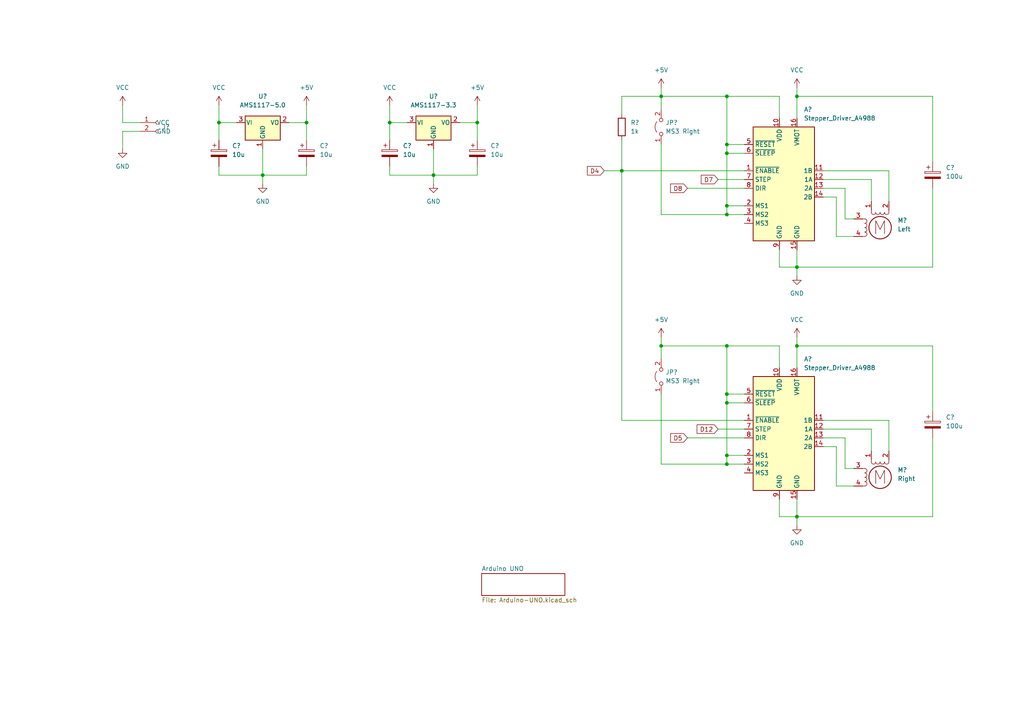
<source format=kicad_sch>
(kicad_sch (version 20211123) (generator eeschema)
  (paper "A4")
  (lib_symbols
    (symbol "Device:C_Polarized" (pin_numbers hide) (pin_names (offset 0.254))
      (property "Reference" "C" (at 0.635 2.54 0))
      (property "Value" "C_Polarized" (at 0.635 -2.54 0))
      (symbol "C_Polarized_0_1"
        (rectangle (start -2.286 0.508) (end 2.286 1.016))
        (polyline (pts (xy -1.778 2.286) (xy -0.762 2.286)))
        (polyline (pts (xy -1.27 2.794) (xy -1.27 1.778)))
        (rectangle (start 2.286 -0.508) (end -2.286 -1.016) (fill (type outline)))
      )
      (symbol "C_Polarized_1_1"
        (pin passive line (at 0 3.81 270) (length 2.794) (name "~") (number "1"))
        (pin passive line (at 0 -3.81 90) (length 2.794) (name "~") (number "2"))
      )
    )
    (symbol "Device:R" (pin_numbers hide) (pin_names (offset 0))
      (property "Reference" "R" (at 2.032 0 90))
      (property "Value" "R" (at 0 0 90))
      (symbol "R_0_1"
        (rectangle (start -1.016 -2.54) (end 1.016 2.54) (stroke (width 0.254)))
      )
      (symbol "R_1_1"
        (pin passive line (at 0 3.81 270) (length 1.27) (name "~") (number "1"))
        (pin passive line (at 0 -3.81 90) (length 1.27) (name "~") (number "2"))
      )
    )
    (symbol "Jumper:Jumper_2_Open" (pin_names (offset 0) hide)
      (property "Reference" "JP" (at 0 2.794 0))
      (property "Value" "Jumper_2_Open" (at 0 -2.286 0))
      (symbol "Jumper_2_Open_0_0"
        (circle (center -2.032 0) (radius 0.508))
        (circle (center 2.032 0) (radius 0.508))
      )
      (symbol "Jumper_2_Open_0_1"
        (arc (start 1.524 1.27) (mid 0 1.778) (end -1.524 1.27))
      )
      (symbol "Jumper_2_Open_1_1"
        (pin passive line (at -5.08 0 0) (length 2.54) (name "A") (number "1"))
        (pin passive line (at 5.08 0 180) (length 2.54) (name "B") (number "2"))
      )
    )
    (symbol "Motor:Stepper_Motor_bipolar" (pin_names (offset 0) hide)
      (property "Reference" "M" (at 3.81 2.54 0))
      (property "Value" "Stepper_Motor_bipolar" (at 3.81 1.27 0))
      (symbol "Stepper_Motor_bipolar_0_0"
        (polyline (pts (xy -1.27 -1.778) (xy -1.27 2.032) (xy 0 -0.508) (xy 1.27 2.032) (xy 1.27 -1.778)))
      )
      (symbol "Stepper_Motor_bipolar_0_1"
        (arc (start -4.445 -2.54) (mid -3.81 -1.905) (end -4.445 -1.27))
        (arc (start -4.445 -1.27) (mid -3.81 -0.635) (end -4.445 0))
        (arc (start -4.445 0) (mid -3.81 0.635) (end -4.445 1.27))
        (arc (start -4.445 1.27) (mid -3.81 1.905) (end -4.445 2.54))
        (arc (start -2.54 4.445) (mid -1.905 3.81) (end -1.27 4.445))
        (arc (start -1.27 4.445) (mid -0.635 3.81) (end 0 4.445))
        (polyline (pts (xy -5.08 -2.54) (xy -4.445 -2.54)))
        (polyline (pts (xy -5.08 2.54) (xy -4.445 2.54)))
        (polyline (pts (xy -2.54 5.08) (xy -2.54 4.445)))
        (polyline (pts (xy 2.54 5.08) (xy 2.54 4.445)))
        (circle (center 0 0) (radius 3.2512) (stroke (width 0.254)))
        (arc (start 0 4.445) (mid 0.635 3.81) (end 1.27 4.445))
        (arc (start 1.27 4.445) (mid 1.905 3.81) (end 2.54 4.445))
      )
      (symbol "Stepper_Motor_bipolar_1_1"
        (pin passive line (at -2.54 7.62 270) (length 2.54) (name "~") (number "1"))
        (pin passive line (at 2.54 7.62 270) (length 2.54) (name "-") (number "2"))
        (pin passive line (at -7.62 2.54 0) (length 2.54) (name "~") (number "3"))
        (pin passive line (at -7.62 -2.54 0) (length 2.54) (name "~") (number "4"))
      )
    )
    (symbol "My_Headers:2-pin_power_input_header" (pin_names (offset 1.016))
      (property "Reference" "J" (at 0 2.54 0))
      (symbol "2-pin_power_input_header_1_1"
        (arc (start 0 -2.032) (mid -0.508 -2.54) (end 0 -3.048) (stroke (width 0.1524)))
        (polyline (pts (xy -1.27 -2.54) (xy -0.508 -2.54)) (stroke (width 0.1524)))
        (polyline (pts (xy -1.27 0) (xy -0.508 0)) (stroke (width 0.1524)))
        (arc (start 0 0.508) (mid -0.508 0) (end 0 -0.508) (stroke (width 0.1524)))
        (pin power_out line (at -5.08 0 0) (length 3.81) (name "VCC") (number "1"))
        (pin power_out line (at -5.08 -2.54 0) (length 3.81) (name "GND") (number "2"))
      )
    )
    (symbol "My_Parts:Stepper_Driver_A4988"
      (property "Reference" "A" (at -2.54 19.05 0))
      (property "Value" "Stepper_Driver_A4988" (at -2.54 16.51 0))
      (symbol "Stepper_Driver_A4988_0_1"
        (rectangle (start 10.16 -17.78) (end -7.62 15.24) (stroke (width 0.254)) (fill (type background)))
      )
      (symbol "Stepper_Driver_A4988_1_1"
        (pin input line (at -10.16 2.54 0) (length 2.54) (name "~{ENABLE}") (number "1"))
        (pin power_in line (at 0 17.78 270) (length 2.54) (name "VDD") (number "10"))
        (pin output line (at 12.7 2.54 180) (length 2.54) (name "1B") (number "11"))
        (pin output line (at 12.7 0 180) (length 2.54) (name "1A") (number "12"))
        (pin output line (at 12.7 -2.54 180) (length 2.54) (name "2A") (number "13"))
        (pin output line (at 12.7 -5.08 180) (length 2.54) (name "2B") (number "14"))
        (pin power_in line (at 5.08 -20.32 90) (length 2.54) (name "GND") (number "15"))
        (pin power_in line (at 5.08 17.78 270) (length 2.54) (name "VMOT") (number "16"))
        (pin input line (at -10.16 -7.62 0) (length 2.54) (name "MS1") (number "2"))
        (pin input line (at -10.16 -10.16 0) (length 2.54) (name "MS2") (number "3"))
        (pin input line (at -10.16 -12.7 0) (length 2.54) (name "MS3") (number "4"))
        (pin input line (at -10.16 10.16 0) (length 2.54) (name "~{RESET}") (number "5"))
        (pin input line (at -10.16 7.62 0) (length 2.54) (name "~{SLEEP}") (number "6"))
        (pin input line (at -10.16 0 0) (length 2.54) (name "STEP") (number "7"))
        (pin input line (at -10.16 -2.54 0) (length 2.54) (name "DIR") (number "8"))
        (pin power_in line (at 0 -20.32 90) (length 2.54) (name "GND") (number "9"))
      )
    )
    (symbol "Regulator_Linear:AMS1117-3.3" (pin_names (offset 0.254))
      (property "Reference" "U" (at -3.81 3.175 0))
      (property "Value" "AMS1117-3.3" (at 0 3.175 0))
      (symbol "AMS1117-3.3_0_1"
        (rectangle (start -5.08 -5.08) (end 5.08 1.905) (stroke (width 0.254)) (fill (type background)))
      )
      (symbol "AMS1117-3.3_1_1"
        (pin power_in line (at 0 -7.62 90) (length 2.54) (name "GND") (number "1"))
        (pin power_out line (at 7.62 0 180) (length 2.54) (name "VO") (number "2"))
        (pin power_in line (at -7.62 0 0) (length 2.54) (name "VI") (number "3"))
      )
    )
    (symbol "Regulator_Linear:AMS1117-5.0" (pin_names (offset 0.254))
      (property "Reference" "U" (at -3.81 3.175 0))
      (property "Value" "AMS1117-5.0" (at 0 3.175 0))
      (symbol "AMS1117-5.0_0_1"
        (rectangle (start -5.08 -5.08) (end 5.08 1.905) (stroke (width 0.254)) (fill (type background)))
      )
      (symbol "AMS1117-5.0_1_1"
        (pin power_in line (at 0 -7.62 90) (length 2.54) (name "GND") (number "1"))
        (pin power_out line (at 7.62 0 180) (length 2.54) (name "VO") (number "2"))
        (pin power_in line (at -7.62 0 0) (length 2.54) (name "VI") (number "3"))
      )
    )
    (symbol "power:+5V" (power) (pin_names (offset 0))
      (property "Value" "+5V" (at 0 3.556 0))
      (symbol "+5V_0_1"
        (polyline (pts (xy -0.762 1.27) (xy 0 2.54)))
        (polyline (pts (xy 0 0) (xy 0 2.54)))
        (polyline (pts (xy 0 2.54) (xy 0.762 1.27)))
      )
      (symbol "+5V_1_1"
        (pin power_in line (at 0 0 90) (length 0) hide (name "+5V") (number "1"))
      )
    )
    (symbol "power:GND" (power) (pin_names (offset 0))
      (property "Value" "GND" (at 0 -3.81 0))
      (symbol "GND_0_1"
        (polyline (pts (xy 0 0) (xy 0 -1.27) (xy 1.27 -1.27) (xy 0 -2.54) (xy -1.27 -1.27) (xy 0 -1.27)))
      )
      (symbol "GND_1_1"
        (pin power_in line (at 0 0 270) (length 0) hide (name "GND") (number "1"))
      )
    )
    (symbol "power:VCC" (power) (pin_names (offset 0))
      (property "Value" "VCC" (at 0 3.81 0))
      (symbol "VCC_0_1"
        (polyline (pts (xy -0.762 1.27) (xy 0 2.54)))
        (polyline (pts (xy 0 0) (xy 0 2.54)))
        (polyline (pts (xy 0 2.54) (xy 0.762 1.27)))
      )
      (symbol "VCC_1_1"
        (pin power_in line (at 0 0 90) (length 0) hide (name "VCC") (number "1"))
      )
    )
  )
  (junction (at 210.82 59.69))
  (junction (at 210.82 41.91))
  (junction (at 191.77 27.94))
  (junction (at 231.14 27.94))
  (junction (at 231.14 149.86))
  (junction (at 210.82 116.84))
  (junction (at 210.82 134.62))
  (junction (at 180.34 49.53))
  (junction (at 210.82 44.45))
  (junction (at 63.5 35.56))
  (junction (at 231.14 100.33))
  (junction (at 138.43 35.56))
  (junction (at 191.77 100.33))
  (junction (at 125.73 50.8))
  (junction (at 88.9 35.56))
  (junction (at 231.14 77.47))
  (junction (at 113.03 35.56))
  (junction (at 210.82 27.94))
  (junction (at 210.82 132.08))
  (junction (at 210.82 100.33))
  (junction (at 210.82 62.23))
  (junction (at 210.82 114.3))
  (junction (at 76.2 50.8))
  (wire (pts (xy 191.77 62.23) (xy 191.77 41.91)))
  (wire (pts (xy 242.57 140.97) (xy 242.57 129.54)))
  (wire (pts (xy 191.77 27.94) (xy 210.82 27.94)))
  (wire (pts (xy 226.06 100.33) (xy 226.06 106.68)))
  (wire (pts (xy 76.2 43.18) (xy 76.2 50.8)))
  (wire (pts (xy 76.2 50.8) (xy 76.2 53.34)))
  (wire (pts (xy 138.43 35.56) (xy 133.35 35.56)))
  (wire (pts (xy 215.9 59.69) (xy 210.82 59.69)))
  (wire (pts (xy 63.5 50.8) (xy 76.2 50.8)))
  (wire (pts (xy 245.11 135.89) (xy 247.65 135.89)))
  (wire (pts (xy 257.81 58.42) (xy 257.81 49.53)))
  (wire (pts (xy 138.43 50.8) (xy 138.43 48.26)))
  (wire (pts (xy 68.58 35.56) (xy 63.5 35.56)))
  (wire (pts (xy 231.14 27.94) (xy 270.51 27.94)))
  (wire (pts (xy 252.73 124.46) (xy 238.76 124.46)))
  (wire (pts (xy 226.06 72.39) (xy 226.06 77.47)))
  (wire (pts (xy 247.65 140.97) (xy 242.57 140.97)))
  (wire (pts (xy 242.57 129.54) (xy 238.76 129.54)))
  (wire (pts (xy 88.9 50.8) (xy 88.9 48.26)))
  (wire (pts (xy 238.76 127) (xy 245.11 127)))
  (wire (pts (xy 180.34 121.92) (xy 215.9 121.92)))
  (wire (pts (xy 125.73 43.18) (xy 125.73 50.8)))
  (wire (pts (xy 180.34 40.64) (xy 180.34 49.53)))
  (wire (pts (xy 242.57 57.15) (xy 238.76 57.15)))
  (wire (pts (xy 270.51 77.47) (xy 270.51 54.61)))
  (wire (pts (xy 191.77 25.4) (xy 191.77 27.94)))
  (wire (pts (xy 210.82 44.45) (xy 210.82 59.69)))
  (wire (pts (xy 40.64 38.1) (xy 35.56 38.1)))
  (wire (pts (xy 257.81 121.92) (xy 238.76 121.92)))
  (wire (pts (xy 215.9 41.91) (xy 210.82 41.91)))
  (wire (pts (xy 210.82 132.08) (xy 210.82 134.62)))
  (wire (pts (xy 138.43 30.48) (xy 138.43 35.56)))
  (wire (pts (xy 118.11 35.56) (xy 113.03 35.56)))
  (wire (pts (xy 191.77 27.94) (xy 191.77 31.75)))
  (wire (pts (xy 210.82 41.91) (xy 210.82 44.45)))
  (wire (pts (xy 125.73 50.8) (xy 138.43 50.8)))
  (wire (pts (xy 245.11 54.61) (xy 245.11 63.5)))
  (wire (pts (xy 210.82 100.33) (xy 226.06 100.33)))
  (wire (pts (xy 252.73 130.81) (xy 252.73 124.46)))
  (wire (pts (xy 226.06 77.47) (xy 231.14 77.47)))
  (wire (pts (xy 245.11 127) (xy 245.11 135.89)))
  (wire (pts (xy 113.03 30.48) (xy 113.03 35.56)))
  (wire (pts (xy 210.82 100.33) (xy 210.82 114.3)))
  (wire (pts (xy 252.73 52.07) (xy 238.76 52.07)))
  (wire (pts (xy 35.56 35.56) (xy 35.56 30.48)))
  (wire (pts (xy 231.14 77.47) (xy 270.51 77.47)))
  (wire (pts (xy 231.14 72.39) (xy 231.14 77.47)))
  (wire (pts (xy 63.5 35.56) (xy 63.5 40.64)))
  (wire (pts (xy 242.57 68.58) (xy 242.57 57.15)))
  (wire (pts (xy 247.65 68.58) (xy 242.57 68.58)))
  (wire (pts (xy 208.28 124.46) (xy 215.9 124.46)))
  (wire (pts (xy 113.03 50.8) (xy 125.73 50.8)))
  (wire (pts (xy 215.9 132.08) (xy 210.82 132.08)))
  (wire (pts (xy 199.39 127) (xy 215.9 127)))
  (wire (pts (xy 138.43 40.64) (xy 138.43 35.56)))
  (wire (pts (xy 175.26 49.53) (xy 180.34 49.53)))
  (wire (pts (xy 180.34 49.53) (xy 180.34 121.92)))
  (wire (pts (xy 63.5 48.26) (xy 63.5 50.8)))
  (wire (pts (xy 113.03 48.26) (xy 113.03 50.8)))
  (wire (pts (xy 270.51 27.94) (xy 270.51 46.99)))
  (wire (pts (xy 88.9 30.48) (xy 88.9 35.56)))
  (wire (pts (xy 226.06 27.94) (xy 226.06 34.29)))
  (wire (pts (xy 35.56 38.1) (xy 35.56 43.18)))
  (wire (pts (xy 226.06 144.78) (xy 226.06 149.86)))
  (wire (pts (xy 257.81 130.81) (xy 257.81 121.92)))
  (wire (pts (xy 210.82 116.84) (xy 210.82 132.08)))
  (wire (pts (xy 88.9 35.56) (xy 83.82 35.56)))
  (wire (pts (xy 238.76 54.61) (xy 245.11 54.61)))
  (wire (pts (xy 270.51 149.86) (xy 270.51 127)))
  (wire (pts (xy 191.77 134.62) (xy 191.77 114.3)))
  (wire (pts (xy 191.77 97.79) (xy 191.77 100.33)))
  (wire (pts (xy 257.81 49.53) (xy 238.76 49.53)))
  (wire (pts (xy 231.14 100.33) (xy 270.51 100.33)))
  (wire (pts (xy 208.28 52.07) (xy 215.9 52.07)))
  (wire (pts (xy 231.14 77.47) (xy 231.14 80.01)))
  (wire (pts (xy 231.14 25.4) (xy 231.14 27.94)))
  (wire (pts (xy 215.9 114.3) (xy 210.82 114.3)))
  (wire (pts (xy 191.77 100.33) (xy 210.82 100.33)))
  (wire (pts (xy 231.14 144.78) (xy 231.14 149.86)))
  (wire (pts (xy 180.34 49.53) (xy 215.9 49.53)))
  (wire (pts (xy 63.5 30.48) (xy 63.5 35.56)))
  (wire (pts (xy 191.77 62.23) (xy 210.82 62.23)))
  (wire (pts (xy 245.11 63.5) (xy 247.65 63.5)))
  (wire (pts (xy 191.77 27.94) (xy 180.34 27.94)))
  (wire (pts (xy 210.82 134.62) (xy 215.9 134.62)))
  (wire (pts (xy 113.03 35.56) (xy 113.03 40.64)))
  (wire (pts (xy 231.14 149.86) (xy 270.51 149.86)))
  (wire (pts (xy 40.64 35.56) (xy 35.56 35.56)))
  (wire (pts (xy 231.14 100.33) (xy 231.14 106.68)))
  (wire (pts (xy 215.9 116.84) (xy 210.82 116.84)))
  (wire (pts (xy 210.82 114.3) (xy 210.82 116.84)))
  (wire (pts (xy 270.51 100.33) (xy 270.51 119.38)))
  (wire (pts (xy 210.82 27.94) (xy 226.06 27.94)))
  (wire (pts (xy 180.34 27.94) (xy 180.34 33.02)))
  (wire (pts (xy 231.14 149.86) (xy 231.14 152.4)))
  (wire (pts (xy 199.39 54.61) (xy 215.9 54.61)))
  (wire (pts (xy 125.73 50.8) (xy 125.73 53.34)))
  (wire (pts (xy 210.82 59.69) (xy 210.82 62.23)))
  (wire (pts (xy 215.9 44.45) (xy 210.82 44.45)))
  (wire (pts (xy 226.06 149.86) (xy 231.14 149.86)))
  (wire (pts (xy 76.2 50.8) (xy 88.9 50.8)))
  (wire (pts (xy 210.82 62.23) (xy 215.9 62.23)))
  (wire (pts (xy 231.14 27.94) (xy 231.14 34.29)))
  (wire (pts (xy 191.77 100.33) (xy 191.77 104.14)))
  (wire (pts (xy 210.82 27.94) (xy 210.82 41.91)))
  (wire (pts (xy 191.77 134.62) (xy 210.82 134.62)))
  (wire (pts (xy 252.73 58.42) (xy 252.73 52.07)))
  (wire (pts (xy 231.14 97.79) (xy 231.14 100.33)))
  (wire (pts (xy 88.9 40.64) (xy 88.9 35.56)))
  (global_label "D5" (shape input) (at 199.39 127 180) (property "Intersheet References" "${INTERSHEET_REFS}" (effects hide)))
  (global_label "D7" (shape input) (at 208.28 52.07 180) (property "Intersheet References" "${INTERSHEET_REFS}" (effects hide)))
  (global_label "D4" (shape input) (at 175.26 49.53 180) (property "Intersheet References" "${INTERSHEET_REFS}" (effects hide)))
  (global_label "D12" (shape input) (at 208.28 124.46 180) (property "Intersheet References" "${INTERSHEET_REFS}" (effects hide)))
  (global_label "D8" (shape input) (at 199.39 54.61 180) (property "Intersheet References" "${INTERSHEET_REFS}" (effects hide)))
  (symbol (lib_id "Device:R") (at 180.34 36.83 0) (unit 1)
    (property "Reference" "R?" (at 182.88 35.5599 0) (effects (justify left)))
    (property "Value" "1k" (at 182.88 38.0999 0) (effects (justify left)))
  )
  (symbol (lib_id "power:VCC") (at 231.14 25.4 0) (unit 1)
    (property "Reference" "#PWR?" (effects hide))
    (property "Value" "VCC" (at 231.14 20.32 0))
  )
  (symbol (lib_id "power:VCC") (at 63.5 30.48 0) (unit 1)
    (property "Reference" "#PWR?" (effects hide))
    (property "Value" "VCC" (at 63.5 25.4 0))
  )
  (symbol (lib_id "Motor:Stepper_Motor_bipolar") (at 255.27 66.04 0) (unit 1)
    (property "Reference" "M?" (at 260.35 63.919 0) (effects (justify left)))
    (property "Value" "Left" (at 260.35 66.459 0) (effects (justify left)))
    (property "Datasheet" "http://www.infineon.com/dgdl/Application-Note-TLE8110EE_driving_UniPolarStepperMotor_V1.1.pdf?fileId=db3a30431be39b97011be5d0aa0a00b0" (effects hide))
  )
  (symbol (lib_id "Motor:Stepper_Motor_bipolar") (at 255.27 138.43 0) (unit 1)
    (property "Reference" "M?" (at 260.35 136.309 0) (effects (justify left)))
    (property "Value" "Right" (at 260.35 138.849 0) (effects (justify left)))
    (property "Datasheet" "http://www.infineon.com/dgdl/Application-Note-TLE8110EE_driving_UniPolarStepperMotor_V1.1.pdf?fileId=db3a30431be39b97011be5d0aa0a00b0" (effects hide))
  )
  (symbol (lib_id "power:+5V") (at 191.77 25.4 0) (unit 1)
    (property "Reference" "#PWR?" (effects hide))
    (property "Value" "+5V" (at 191.77 20.32 0))
  )
  (symbol (lib_id "Device:C_Polarized") (at 63.5 44.45 0) (unit 1)
    (property "Reference" "C?" (at 67.31 42.2909 0) (effects (justify left)))
    (property "Value" "10u" (at 67.31 44.8309 0) (effects (justify left)))
  )
  (symbol (lib_id "power:VCC") (at 113.03 30.48 0) (unit 1)
    (property "Reference" "#PWR?" (effects hide))
    (property "Value" "VCC" (at 113.03 25.4 0))
  )
  (symbol (lib_id "power:+5V") (at 191.77 97.79 0) (unit 1)
    (property "Reference" "#PWR?" (effects hide))
    (property "Value" "+5V" (at 191.77 92.71 0))
  )
  (symbol (lib_id "Device:C_Polarized") (at 270.51 50.8 0) (unit 1)
    (property "Reference" "C?" (at 274.32 48.6409 0) (effects (justify left)))
    (property "Value" "100u" (at 274.32 51.1809 0) (effects (justify left)))
  )
  (symbol (lib_id "power:+5V") (at 138.43 30.48 0) (unit 1)
    (property "Reference" "#PWR?" (effects hide))
    (property "Value" "+5V" (at 138.43 25.4 0))
  )
  (symbol (lib_id "power:GND") (at 35.56 43.18 0) (unit 1)
    (property "Reference" "#PWR?" (effects hide))
    (property "Value" "GND" (at 35.56 48.26 0))
  )
  (symbol (lib_id "power:GND") (at 125.73 53.34 0) (unit 1)
    (property "Reference" "#PWR?" (effects hide))
    (property "Value" "GND" (at 125.73 58.42 0))
  )
  (symbol (lib_id "Regulator_Linear:AMS1117-5.0") (at 76.2 35.56 0) (unit 1)
    (property "Reference" "U?" (at 76.2 27.94 0))
    (property "Value" "AMS1117-5.0" (at 76.2 30.48 0))
    (property "Footprint" "Package_TO_SOT_SMD:SOT-223-3_TabPin2" (effects hide))
    (property "Datasheet" "http://www.advanced-monolithic.com/pdf/ds1117.pdf" (effects hide))
  )
  (symbol (lib_id "power:GND") (at 76.2 53.34 0) (unit 1)
    (property "Reference" "#PWR?" (effects hide))
    (property "Value" "GND" (at 76.2 58.42 0))
  )
  (symbol (lib_id "My_Parts:Stepper_Driver_A4988") (at 226.06 124.46 0) (unit 1)
    (property "Reference" "A?" (at 233.1594 104.14 0) (effects (justify left)))
    (property "Value" "Stepper_Driver_A4988" (at 233.1594 106.68 0) (effects (justify left)))
    (property "Footprint" "Module:Pololu_Breakout-16_15.2x20.3mm" (effects hide))
    (property "Datasheet" "https://www.pololu.com/product/2980/pictures" (effects hide))
  )
  (symbol (lib_id "Device:C_Polarized") (at 270.51 123.19 0) (unit 1)
    (property "Reference" "C?" (at 274.32 121.0309 0) (effects (justify left)))
    (property "Value" "100u" (at 274.32 123.5709 0) (effects (justify left)))
  )
  (symbol (lib_id "Jumper:Jumper_2_Open") (at 191.77 36.83 90) (unit 1)
    (property "Reference" "JP?" (at 193.04 35.5599 90) (effects (justify right)))
    (property "Value" "MS3 Right" (at 193.04 38.0999 90) (effects (justify right)))
  )
  (symbol (lib_id "Device:C_Polarized") (at 88.9 44.45 0) (unit 1)
    (property "Reference" "C?" (at 92.71 42.2909 0) (effects (justify left)))
    (property "Value" "10u" (at 92.71 44.8309 0) (effects (justify left)))
  )
  (symbol (lib_id "My_Headers:2-pin_power_input_header") (at 45.72 35.56 0) (unit 1)
    (property "Reference" "J?" (at 46.99 36.8299 0) (effects (justify left)))
    (property "Value" "2-pin_power_input_header" (effects hide))
    (property "Footprint" "My_Headers:2-pin_power_input_header" (effects hide))
  )
  (symbol (lib_id "Device:C_Polarized") (at 138.43 44.45 0) (unit 1)
    (property "Reference" "C?" (at 142.24 42.2909 0) (effects (justify left)))
    (property "Value" "10u" (at 142.24 44.8309 0) (effects (justify left)))
  )
  (symbol (lib_id "power:VCC") (at 231.14 97.79 0) (unit 1)
    (property "Reference" "#PWR?" (effects hide))
    (property "Value" "VCC" (at 231.14 92.71 0))
  )
  (symbol (lib_id "power:VCC") (at 35.56 30.48 0) (unit 1)
    (property "Reference" "#PWR?" (effects hide))
    (property "Value" "VCC" (at 35.56 25.4 0))
  )
  (symbol (lib_id "Device:C_Polarized") (at 113.03 44.45 0) (unit 1)
    (property "Reference" "C?" (at 116.84 42.2909 0) (effects (justify left)))
    (property "Value" "10u" (at 116.84 44.8309 0) (effects (justify left)))
  )
  (symbol (lib_id "Jumper:Jumper_2_Open") (at 191.77 109.22 90) (unit 1)
    (property "Reference" "JP?" (at 193.04 107.9499 90) (effects (justify right)))
    (property "Value" "MS3 Right" (at 193.04 110.4899 90) (effects (justify right)))
  )
  (symbol (lib_id "power:+5V") (at 88.9 30.48 0) (unit 1)
    (property "Reference" "#PWR?" (effects hide))
    (property "Value" "+5V" (at 88.9 25.4 0))
  )
  (symbol (lib_id "Regulator_Linear:AMS1117-3.3") (at 125.73 35.56 0) (unit 1)
    (property "Reference" "U?" (at 125.73 27.94 0))
    (property "Value" "AMS1117-3.3" (at 125.73 30.48 0))
    (property "Footprint" "Package_TO_SOT_SMD:SOT-223-3_TabPin2" (effects hide))
    (property "Datasheet" "http://www.advanced-monolithic.com/pdf/ds1117.pdf" (effects hide))
  )
  (symbol (lib_id "My_Parts:Stepper_Driver_A4988") (at 226.06 52.07 0) (unit 1)
    (property "Reference" "A?" (at 233.1594 31.75 0) (effects (justify left)))
    (property "Value" "Stepper_Driver_A4988" (at 233.1594 34.29 0) (effects (justify left)))
    (property "Footprint" "Module:Pololu_Breakout-16_15.2x20.3mm" (effects hide))
    (property "Datasheet" "https://www.pololu.com/product/2980/pictures" (effects hide))
  )
  (symbol (lib_id "power:GND") (at 231.14 152.4 0) (unit 1)
    (property "Reference" "#PWR?" (effects hide))
    (property "Value" "GND" (at 231.14 157.48 0))
  )
  (symbol (lib_id "power:GND") (at 231.14 80.01 0) (unit 1)
    (property "Reference" "#PWR?" (effects hide))
    (property "Value" "GND" (at 231.14 85.09 0))
  )
  (sheet (at 139.7 166.37) (size 24.13 6.35) (stroke (width 0.1524))
    (property "Sheet name" "Arduino UNO" (at 139.7 165.6584 0) (effects (justify left bottom)))
    (property "Sheet file" "Arduino-UNO.kicad_sch" (at 139.7 173.3046 0) (effects (justify left top)))
  )
)
</source>
